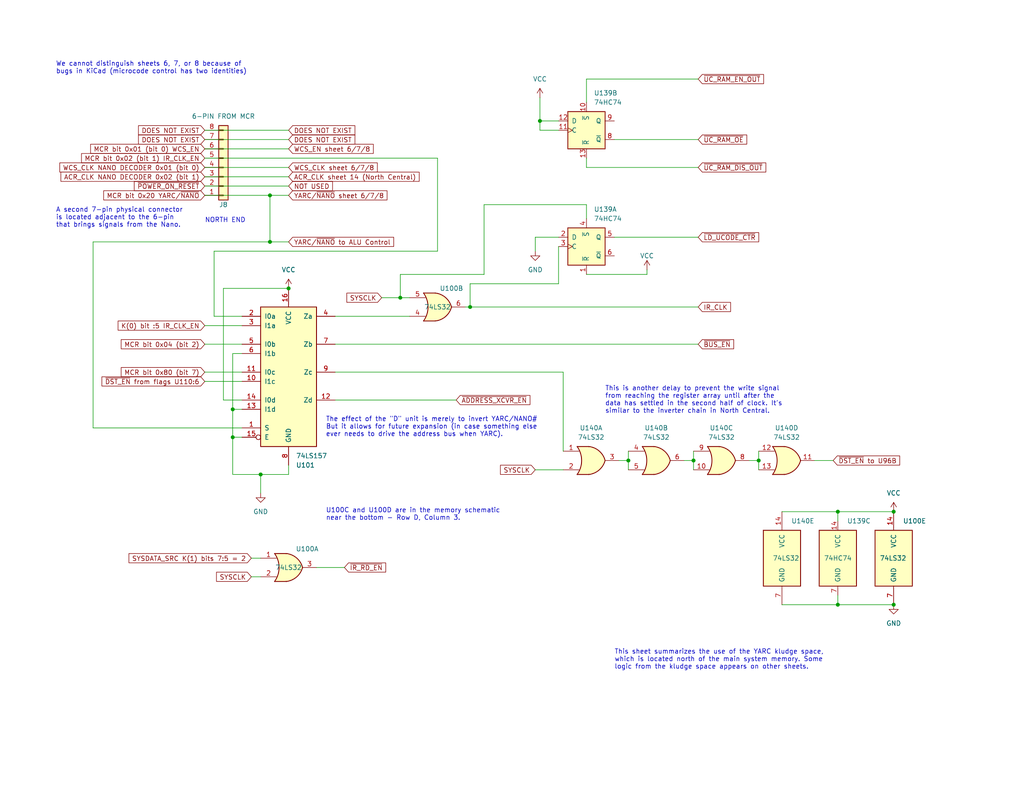
<source format=kicad_sch>
(kicad_sch (version 20211123) (generator eeschema)
  (paper "USLetter")
  (title_block (title "YARC Kludge Space"))
  (lib_symbols
    (symbol "74xx:74HC74" (pin_names (offset 1.016))
      (property "Reference" "U" (at -7.62 8.89 0))
      (property "Value" "74HC74" (at -7.62 -8.89 0))
      (symbol "74HC74_1_0"
        (pin input line (at 0 -7.62 90) (length 2.54) (name "~{R}") (number "1"))
        (pin input line (at -7.62 2.54 0) (length 2.54) (name "D") (number "2"))
        (pin input clock (at -7.62 0 0) (length 2.54) (name "C") (number "3"))
        (pin input line (at 0 7.62 270) (length 2.54) (name "~{S}") (number "4"))
        (pin output line (at 7.62 2.54 180) (length 2.54) (name "Q") (number "5"))
        (pin output line (at 7.62 -2.54 180) (length 2.54) (name "~{Q}") (number "6"))
      )
      (symbol "74HC74_1_1"
        (rectangle (start -5.08 5.08) (end 5.08 -5.08) (stroke (width 0.254)) (fill (type background)))
      )
      (symbol "74HC74_2_0"
        (pin input line (at 0 7.62 270) (length 2.54) (name "~{S}") (number "10"))
        (pin input clock (at -7.62 0 0) (length 2.54) (name "C") (number "11"))
        (pin input line (at -7.62 2.54 0) (length 2.54) (name "D") (number "12"))
        (pin input line (at 0 -7.62 90) (length 2.54) (name "~{R}") (number "13"))
        (pin output line (at 7.62 -2.54 180) (length 2.54) (name "~{Q}") (number "8"))
        (pin output line (at 7.62 2.54 180) (length 2.54) (name "Q") (number "9"))
      )
      (symbol "74HC74_2_1"
        (rectangle (start -5.08 5.08) (end 5.08 -5.08) (stroke (width 0.254)) (fill (type background)))
      )
      (symbol "74HC74_3_0"
        (pin power_in line (at 0 10.16 270) (length 2.54) (name "VCC") (number "14"))
        (pin power_in line (at 0 -10.16 90) (length 2.54) (name "GND") (number "7"))
      )
      (symbol "74HC74_3_1"
        (rectangle (start -5.08 7.62) (end 5.08 -7.62) (stroke (width 0.254)) (fill (type background)))
      )
    )
    (symbol "74xx:74LS157" (pin_names (offset 1.016))
      (property "Reference" "U" (at -7.62 19.05 0))
      (property "Value" "74LS157" (at -7.62 -21.59 0))
      (symbol "74LS157_1_0"
        (pin input line (at -12.7 -15.24 0) (length 5.08) (name "S") (number "1"))
        (pin input line (at -12.7 -2.54 0) (length 5.08) (name "I1c") (number "10"))
        (pin input line (at -12.7 0 0) (length 5.08) (name "I0c") (number "11"))
        (pin output line (at 12.7 -7.62 180) (length 5.08) (name "Zd") (number "12"))
        (pin input line (at -12.7 -10.16 0) (length 5.08) (name "I1d") (number "13"))
        (pin input line (at -12.7 -7.62 0) (length 5.08) (name "I0d") (number "14"))
        (pin input inverted (at -12.7 -17.78 0) (length 5.08) (name "E") (number "15"))
        (pin power_in line (at 0 22.86 270) (length 5.08) (name "VCC") (number "16"))
        (pin input line (at -12.7 15.24 0) (length 5.08) (name "I0a") (number "2"))
        (pin input line (at -12.7 12.7 0) (length 5.08) (name "I1a") (number "3"))
        (pin output line (at 12.7 15.24 180) (length 5.08) (name "Za") (number "4"))
        (pin input line (at -12.7 7.62 0) (length 5.08) (name "I0b") (number "5"))
        (pin input line (at -12.7 5.08 0) (length 5.08) (name "I1b") (number "6"))
        (pin output line (at 12.7 7.62 180) (length 5.08) (name "Zb") (number "7"))
        (pin power_in line (at 0 -25.4 90) (length 5.08) (name "GND") (number "8"))
        (pin output line (at 12.7 0 180) (length 5.08) (name "Zc") (number "9"))
      )
      (symbol "74LS157_1_1"
        (rectangle (start -7.62 17.78) (end 7.62 -20.32) (stroke (width 0.254)) (fill (type background)))
      )
    )
    (symbol "74xx:74LS32" (pin_names (offset 1.016))
      (property "Reference" "U" (at 0 1.27 0))
      (property "Value" "74LS32" (at 0 -1.27 0))
      (symbol "74LS32_1_1"
        (arc (start -3.81 -3.81) (mid -2.589 0) (end -3.81 3.81) (stroke (width 0.254)))
        (arc (start -0.6096 -3.81) (mid 2.1855 -2.584) (end 3.81 0) (stroke (width 0.254)) (fill (type background)))
        (polyline (pts (xy -3.81 -3.81) (xy -0.635 -3.81)) (stroke (width 0.254)) (fill (type background)))
        (polyline (pts (xy -3.81 3.81) (xy -0.635 3.81)) (stroke (width 0.254)) (fill (type background)))
        (polyline (pts (xy -0.635 3.81) (xy -3.81 3.81) (xy -3.81 3.81) (xy -3.556 3.4036) (xy -3.0226 2.2606) (xy -2.6924 1.0414) (xy -2.6162 -0.254) (xy -2.7686 -1.4986) (xy -3.175 -2.7178) (xy -3.81 -3.81) (xy -3.81 -3.81) (xy -0.635 -3.81)) (stroke (width -25.4)) (fill (type background)))
        (arc (start 3.81 0) (mid 2.1928 2.5925) (end -0.6096 3.81) (stroke (width 0.254)) (fill (type background)))
        (pin input line (at -7.62 2.54 0) (length 4.318) (name "~") (number "1"))
        (pin input line (at -7.62 -2.54 0) (length 4.318) (name "~") (number "2"))
        (pin output line (at 7.62 0 180) (length 3.81) (name "~") (number "3"))
      )
      (symbol "74LS32_1_2"
        (arc (start 0 -3.81) (mid 3.81 0) (end 0 3.81) (stroke (width 0.254)) (fill (type background)))
        (polyline (pts (xy 0 3.81) (xy -3.81 3.81) (xy -3.81 -3.81) (xy 0 -3.81)) (stroke (width 0.254)) (fill (type background)))
        (pin input inverted (at -7.62 2.54 0) (length 3.81) (name "~") (number "1"))
        (pin input inverted (at -7.62 -2.54 0) (length 3.81) (name "~") (number "2"))
        (pin output inverted (at 7.62 0 180) (length 3.81) (name "~") (number "3"))
      )
      (symbol "74LS32_2_1"
        (arc (start -3.81 -3.81) (mid -2.589 0) (end -3.81 3.81) (stroke (width 0.254)))
        (arc (start -0.6096 -3.81) (mid 2.1855 -2.584) (end 3.81 0) (stroke (width 0.254)) (fill (type background)))
        (polyline (pts (xy -3.81 -3.81) (xy -0.635 -3.81)) (stroke (width 0.254)) (fill (type background)))
        (polyline (pts (xy -3.81 3.81) (xy -0.635 3.81)) (stroke (width 0.254)) (fill (type background)))
        (polyline (pts (xy -0.635 3.81) (xy -3.81 3.81) (xy -3.81 3.81) (xy -3.556 3.4036) (xy -3.0226 2.2606) (xy -2.6924 1.0414) (xy -2.6162 -0.254) (xy -2.7686 -1.4986) (xy -3.175 -2.7178) (xy -3.81 -3.81) (xy -3.81 -3.81) (xy -0.635 -3.81)) (stroke (width -25.4)) (fill (type background)))
        (arc (start 3.81 0) (mid 2.1928 2.5925) (end -0.6096 3.81) (stroke (width 0.254)) (fill (type background)))
        (pin input line (at -7.62 2.54 0) (length 4.318) (name "~") (number "4"))
        (pin input line (at -7.62 -2.54 0) (length 4.318) (name "~") (number "5"))
        (pin output line (at 7.62 0 180) (length 3.81) (name "~") (number "6"))
      )
      (symbol "74LS32_2_2"
        (arc (start 0 -3.81) (mid 3.81 0) (end 0 3.81) (stroke (width 0.254)) (fill (type background)))
        (polyline (pts (xy 0 3.81) (xy -3.81 3.81) (xy -3.81 -3.81) (xy 0 -3.81)) (stroke (width 0.254)) (fill (type background)))
        (pin input inverted (at -7.62 2.54 0) (length 3.81) (name "~") (number "4"))
        (pin input inverted (at -7.62 -2.54 0) (length 3.81) (name "~") (number "5"))
        (pin output inverted (at 7.62 0 180) (length 3.81) (name "~") (number "6"))
      )
      (symbol "74LS32_3_1"
        (arc (start -3.81 -3.81) (mid -2.589 0) (end -3.81 3.81) (stroke (width 0.254)))
        (arc (start -0.6096 -3.81) (mid 2.1855 -2.584) (end 3.81 0) (stroke (width 0.254)) (fill (type background)))
        (polyline (pts (xy -3.81 -3.81) (xy -0.635 -3.81)) (stroke (width 0.254)) (fill (type background)))
        (polyline (pts (xy -3.81 3.81) (xy -0.635 3.81)) (stroke (width 0.254)) (fill (type background)))
        (polyline (pts (xy -0.635 3.81) (xy -3.81 3.81) (xy -3.81 3.81) (xy -3.556 3.4036) (xy -3.0226 2.2606) (xy -2.6924 1.0414) (xy -2.6162 -0.254) (xy -2.7686 -1.4986) (xy -3.175 -2.7178) (xy -3.81 -3.81) (xy -3.81 -3.81) (xy -0.635 -3.81)) (stroke (width -25.4)) (fill (type background)))
        (arc (start 3.81 0) (mid 2.1928 2.5925) (end -0.6096 3.81) (stroke (width 0.254)) (fill (type background)))
        (pin input line (at -7.62 -2.54 0) (length 4.318) (name "~") (number "10"))
        (pin output line (at 7.62 0 180) (length 3.81) (name "~") (number "8"))
        (pin input line (at -7.62 2.54 0) (length 4.318) (name "~") (number "9"))
      )
      (symbol "74LS32_3_2"
        (arc (start 0 -3.81) (mid 3.81 0) (end 0 3.81) (stroke (width 0.254)) (fill (type background)))
        (polyline (pts (xy 0 3.81) (xy -3.81 3.81) (xy -3.81 -3.81) (xy 0 -3.81)) (stroke (width 0.254)) (fill (type background)))
        (pin input inverted (at -7.62 -2.54 0) (length 3.81) (name "~") (number "10"))
        (pin output inverted (at 7.62 0 180) (length 3.81) (name "~") (number "8"))
        (pin input inverted (at -7.62 2.54 0) (length 3.81) (name "~") (number "9"))
      )
      (symbol "74LS32_4_1"
        (arc (start -3.81 -3.81) (mid -2.589 0) (end -3.81 3.81) (stroke (width 0.254)))
        (arc (start -0.6096 -3.81) (mid 2.1855 -2.584) (end 3.81 0) (stroke (width 0.254)) (fill (type background)))
        (polyline (pts (xy -3.81 -3.81) (xy -0.635 -3.81)) (stroke (width 0.254)) (fill (type background)))
        (polyline (pts (xy -3.81 3.81) (xy -0.635 3.81)) (stroke (width 0.254)) (fill (type background)))
        (polyline (pts (xy -0.635 3.81) (xy -3.81 3.81) (xy -3.81 3.81) (xy -3.556 3.4036) (xy -3.0226 2.2606) (xy -2.6924 1.0414) (xy -2.6162 -0.254) (xy -2.7686 -1.4986) (xy -3.175 -2.7178) (xy -3.81 -3.81) (xy -3.81 -3.81) (xy -0.635 -3.81)) (stroke (width -25.4)) (fill (type background)))
        (arc (start 3.81 0) (mid 2.1928 2.5925) (end -0.6096 3.81) (stroke (width 0.254)) (fill (type background)))
        (pin output line (at 7.62 0 180) (length 3.81) (name "~") (number "11"))
        (pin input line (at -7.62 2.54 0) (length 4.318) (name "~") (number "12"))
        (pin input line (at -7.62 -2.54 0) (length 4.318) (name "~") (number "13"))
      )
      (symbol "74LS32_4_2"
        (arc (start 0 -3.81) (mid 3.81 0) (end 0 3.81) (stroke (width 0.254)) (fill (type background)))
        (polyline (pts (xy 0 3.81) (xy -3.81 3.81) (xy -3.81 -3.81) (xy 0 -3.81)) (stroke (width 0.254)) (fill (type background)))
        (pin output inverted (at 7.62 0 180) (length 3.81) (name "~") (number "11"))
        (pin input inverted (at -7.62 2.54 0) (length 3.81) (name "~") (number "12"))
        (pin input inverted (at -7.62 -2.54 0) (length 3.81) (name "~") (number "13"))
      )
      (symbol "74LS32_5_0"
        (pin power_in line (at 0 12.7 270) (length 5.08) (name "VCC") (number "14"))
        (pin power_in line (at 0 -12.7 90) (length 5.08) (name "GND") (number "7"))
      )
      (symbol "74LS32_5_1"
        (rectangle (start -5.08 7.62) (end 5.08 -7.62) (stroke (width 0.254)) (fill (type background)))
      )
    )
    (symbol "Connector_Generic:Conn_01x08" (pin_names (offset 1.016) hide)
      (property "Reference" "J" (at 0 10.16 0))
      (property "Value" "Conn_01x08" (at 0 -12.7 0))
      (symbol "Conn_01x08_1_1"
        (rectangle (start -1.27 -10.033) (end 0 -10.287) (stroke (width 0.1524)))
        (rectangle (start -1.27 -7.493) (end 0 -7.747) (stroke (width 0.1524)))
        (rectangle (start -1.27 -4.953) (end 0 -5.207) (stroke (width 0.1524)))
        (rectangle (start -1.27 -2.413) (end 0 -2.667) (stroke (width 0.1524)))
        (rectangle (start -1.27 0.127) (end 0 -0.127) (stroke (width 0.1524)))
        (rectangle (start -1.27 2.667) (end 0 2.413) (stroke (width 0.1524)))
        (rectangle (start -1.27 5.207) (end 0 4.953) (stroke (width 0.1524)))
        (rectangle (start -1.27 7.747) (end 0 7.493) (stroke (width 0.1524)))
        (rectangle (start -1.27 8.89) (end 1.27 -11.43) (stroke (width 0.254)) (fill (type background)))
        (pin passive line (at -5.08 7.62 0) (length 3.81) (name "Pin_1") (number "1"))
        (pin passive line (at -5.08 5.08 0) (length 3.81) (name "Pin_2") (number "2"))
        (pin passive line (at -5.08 2.54 0) (length 3.81) (name "Pin_3") (number "3"))
        (pin passive line (at -5.08 0 0) (length 3.81) (name "Pin_4") (number "4"))
        (pin passive line (at -5.08 -2.54 0) (length 3.81) (name "Pin_5") (number "5"))
        (pin passive line (at -5.08 -5.08 0) (length 3.81) (name "Pin_6") (number "6"))
        (pin passive line (at -5.08 -7.62 0) (length 3.81) (name "Pin_7") (number "7"))
        (pin passive line (at -5.08 -10.16 0) (length 3.81) (name "Pin_8") (number "8"))
      )
    )
    (symbol "power:GND" (power) (pin_names (offset 0))
      (property "Value" "GND" (at 0 -3.81 0))
      (symbol "GND_0_1"
        (polyline (pts (xy 0 0) (xy 0 -1.27) (xy 1.27 -1.27) (xy 0 -2.54) (xy -1.27 -1.27) (xy 0 -1.27)))
      )
      (symbol "GND_1_1"
        (pin power_in line (at 0 0 270) (length 0) hide (name "GND") (number "1"))
      )
    )
    (symbol "power:VCC" (power) (pin_names (offset 0))
      (property "Value" "VCC" (at 0 3.81 0))
      (symbol "VCC_0_1"
        (polyline (pts (xy -0.762 1.27) (xy 0 2.54)))
        (polyline (pts (xy 0 0) (xy 0 2.54)))
        (polyline (pts (xy 0 2.54) (xy 0.762 1.27)))
      )
      (symbol "VCC_1_1"
        (pin power_in line (at 0 0 90) (length 0) hide (name "VCC") (number "1"))
      )
    )
  )
  (junction (at 147.32 33.02))
  (junction (at 189.23 125.73))
  (junction (at 63.5 119.38))
  (junction (at 109.22 81.28))
  (junction (at 78.74 78.74))
  (junction (at 228.6 139.7))
  (junction (at 171.45 125.73))
  (junction (at 243.84 139.7))
  (junction (at 207.01 125.73))
  (junction (at 243.84 165.1))
  (junction (at 63.5 111.76))
  (junction (at 73.66 53.34))
  (junction (at 71.12 129.54))
  (junction (at 73.66 66.04))
  (junction (at 228.6 165.1))
  (junction (at 128.27 83.82))
  (wire (pts (xy 104.14 81.28) (xy 109.22 81.28)))
  (wire (pts (xy 128.27 77.47) (xy 128.27 83.82)))
  (wire (pts (xy 119.38 43.18) (xy 55.88 43.18)))
  (wire (pts (xy 128.27 83.82) (xy 190.5 83.82)))
  (wire (pts (xy 152.4 77.47) (xy 128.27 77.47)))
  (wire (pts (xy 58.42 86.36) (xy 66.04 86.36)))
  (wire (pts (xy 109.22 81.28) (xy 111.76 81.28)))
  (wire (pts (xy 66.04 101.6) (xy 55.88 101.6)))
  (wire (pts (xy 73.66 66.04) (xy 73.66 53.34)))
  (wire (pts (xy 119.38 68.58) (xy 119.38 43.18)))
  (wire (pts (xy 91.44 109.22) (xy 124.46 109.22)))
  (wire (pts (xy 73.66 53.34) (xy 78.74 53.34)))
  (wire (pts (xy 222.25 125.73) (xy 227.33 125.73)))
  (wire (pts (xy 167.64 38.1) (xy 190.5 38.1)))
  (wire (pts (xy 25.4 66.04) (xy 25.4 116.84)))
  (wire (pts (xy 132.08 74.93) (xy 109.22 74.93)))
  (wire (pts (xy 55.88 53.34) (xy 73.66 53.34)))
  (wire (pts (xy 60.96 109.22) (xy 60.96 78.74)))
  (wire (pts (xy 63.5 96.52) (xy 63.5 111.76)))
  (wire (pts (xy 63.5 129.54) (xy 71.12 129.54)))
  (wire (pts (xy 71.12 134.62) (xy 71.12 129.54)))
  (wire (pts (xy 68.58 152.4) (xy 71.12 152.4)))
  (wire (pts (xy 152.4 67.31) (xy 152.4 77.47)))
  (wire (pts (xy 171.45 125.73) (xy 171.45 128.27)))
  (wire (pts (xy 91.44 86.36) (xy 111.76 86.36)))
  (wire (pts (xy 152.4 64.77) (xy 146.05 64.77)))
  (wire (pts (xy 55.88 93.98) (xy 66.04 93.98)))
  (wire (pts (xy 207.01 125.73) (xy 207.01 128.27)))
  (wire (pts (xy 152.4 35.56) (xy 147.32 35.56)))
  (wire (pts (xy 58.42 68.58) (xy 58.42 86.36)))
  (wire (pts (xy 78.74 48.26) (xy 55.88 48.26)))
  (wire (pts (xy 66.04 111.76) (xy 63.5 111.76)))
  (wire (pts (xy 78.74 50.8) (xy 55.88 50.8)))
  (wire (pts (xy 63.5 129.54) (xy 63.5 119.38)))
  (wire (pts (xy 25.4 66.04) (xy 73.66 66.04)))
  (wire (pts (xy 78.74 35.56) (xy 55.88 35.56)))
  (wire (pts (xy 109.22 74.93) (xy 109.22 81.28)))
  (wire (pts (xy 91.44 93.98) (xy 190.5 93.98)))
  (wire (pts (xy 189.23 125.73) (xy 189.23 128.27)))
  (wire (pts (xy 243.84 165.1) (xy 228.6 165.1)))
  (wire (pts (xy 66.04 88.9) (xy 55.88 88.9)))
  (wire (pts (xy 243.84 139.7) (xy 228.6 139.7)))
  (wire (pts (xy 168.91 125.73) (xy 171.45 125.73)))
  (wire (pts (xy 160.02 59.69) (xy 160.02 55.88)))
  (wire (pts (xy 25.4 116.84) (xy 66.04 116.84)))
  (wire (pts (xy 66.04 104.14) (xy 55.88 104.14)))
  (wire (pts (xy 176.53 74.93) (xy 176.53 73.66)))
  (wire (pts (xy 189.23 123.19) (xy 189.23 125.73)))
  (wire (pts (xy 153.67 128.27) (xy 146.05 128.27)))
  (wire (pts (xy 207.01 123.19) (xy 207.01 125.73)))
  (wire (pts (xy 160.02 74.93) (xy 176.53 74.93)))
  (wire (pts (xy 78.74 38.1) (xy 55.88 38.1)))
  (wire (pts (xy 63.5 111.76) (xy 63.5 119.38)))
  (wire (pts (xy 160.02 21.59) (xy 190.5 21.59)))
  (wire (pts (xy 127 83.82) (xy 128.27 83.82)))
  (wire (pts (xy 186.69 125.73) (xy 189.23 125.73)))
  (wire (pts (xy 213.36 139.7) (xy 228.6 139.7)))
  (wire (pts (xy 228.6 165.1) (xy 228.6 162.56)))
  (wire (pts (xy 66.04 119.38) (xy 63.5 119.38)))
  (wire (pts (xy 160.02 21.59) (xy 160.02 27.94)))
  (wire (pts (xy 152.4 33.02) (xy 147.32 33.02)))
  (wire (pts (xy 160.02 45.72) (xy 160.02 43.18)))
  (wire (pts (xy 147.32 35.56) (xy 147.32 33.02)))
  (wire (pts (xy 153.67 123.19) (xy 153.67 101.6)))
  (wire (pts (xy 73.66 66.04) (xy 78.74 66.04)))
  (wire (pts (xy 160.02 45.72) (xy 190.5 45.72)))
  (wire (pts (xy 132.08 55.88) (xy 132.08 74.93)))
  (wire (pts (xy 78.74 45.72) (xy 55.88 45.72)))
  (wire (pts (xy 147.32 33.02) (xy 147.32 26.67)))
  (wire (pts (xy 204.47 125.73) (xy 207.01 125.73)))
  (wire (pts (xy 160.02 55.88) (xy 132.08 55.88)))
  (wire (pts (xy 78.74 40.64) (xy 55.88 40.64)))
  (wire (pts (xy 213.36 165.1) (xy 228.6 165.1)))
  (wire (pts (xy 66.04 109.22) (xy 60.96 109.22)))
  (wire (pts (xy 228.6 139.7) (xy 228.6 142.24)))
  (wire (pts (xy 60.96 78.74) (xy 78.74 78.74)))
  (wire (pts (xy 71.12 129.54) (xy 78.74 129.54)))
  (wire (pts (xy 86.36 154.94) (xy 93.98 154.94)))
  (wire (pts (xy 167.64 64.77) (xy 190.5 64.77)))
  (wire (pts (xy 58.42 68.58) (xy 119.38 68.58)))
  (wire (pts (xy 171.45 123.19) (xy 171.45 125.73)))
  (wire (pts (xy 71.12 157.48) (xy 68.58 157.48)))
  (wire (pts (xy 91.44 101.6) (xy 153.67 101.6)))
  (wire (pts (xy 146.05 64.77) (xy 146.05 68.58)))
  (wire (pts (xy 78.74 129.54) (xy 78.74 127)))
  (wire (pts (xy 63.5 96.52) (xy 66.04 96.52)))
  (text "NORTH END" (at 55.88 60.96 0) (effects (font (size 1.27 1.27)) (justify left bottom)))
  (text "The effect of the \"D\" unit is merely to invert YARC/NANO#\nBut it allows for future expansion (in case something else\never needs to drive the address bus when YARC)." (at 88.9 119.38 0) (effects (font (size 1.27 1.27)) (justify left bottom)))
  (text "U100C and U100D are in the memory schematic\nnear the bottom - Row D, Column 3." (at 88.9 142.24 0) (effects (font (size 1.27 1.27)) (justify left bottom)))
  (text "This is another delay to prevent the write signal\nfrom reaching the register array until after the\ndata has settled in the second half of clock. It's\nsimilar to the inverter chain in North Central." (at 165.1 113.03 0) (effects (font (size 1.27 1.27)) (justify left bottom)))
  (text "A second 7-pin physical connector\nis located adjacent to the 6-pin\nthat brings signals from the Nano." (at 15.24 62.23 0) (effects (font (size 1.27 1.27)) (justify left bottom)))
  (text "This sheet summarizes the use of the YARC kludge space,\nwhich is located north of the main system memory. Some\nlogic from the kludge space appears on other sheets." (at 167.64 182.88 0) (effects (font (size 1.27 1.27)) (justify left bottom)))
  (text "We cannot distinguish sheets 6, 7, or 8 because of\nbugs in KiCad (microcode control has two identities)" (at 15.24 20.32 0) (effects (font (size 1.27 1.27)) (justify left bottom)))
  (global_label "DOES NOT EXIST" (shape input) (at 78.74 38.1 0) (property "Intersheet References" "${INTERSHEET_REFS}" (effects hide)))
  (global_label "MCR bit 0x04 (bit 2)" (shape input) (at 55.88 93.98 180) (property "Intersheet References" "${INTERSHEET_REFS}" (effects hide)))
  (global_label "MCR bit 0x80 (bit 7)" (shape input) (at 55.88 101.6 180) (property "Intersheet References" "${INTERSHEET_REFS}" (effects hide)))
  (global_label "K(0) bit :5 IR_CLK_EN" (shape input) (at 55.88 88.9 180) (property "Intersheet References" "${INTERSHEET_REFS}" (effects hide)))
  (global_label "SYSCLK" (shape input) (at 146.05 128.27 180) (property "Intersheet References" "${INTERSHEET_REFS}" (effects hide)))
  (global_label "WCS_CLK sheet 6{slash}7{slash}8" (shape input) (at 78.74 45.72 0) (property "Intersheet References" "${INTERSHEET_REFS}" (effects hide)))
  (global_label "WCS_CLK NANO DECODER 0x01 (bit 0)" (shape input) (at 55.88 45.72 180) (property "Intersheet References" "${INTERSHEET_REFS}" (effects hide)))
  (global_label "~{ADDRESS_XCVR_EN}" (shape input) (at 124.46 109.22 0) (property "Intersheet References" "${INTERSHEET_REFS}" (effects hide)))
  (global_label "~{LD_UCODE_CTR}" (shape input) (at 190.5 64.77 0) (property "Intersheet References" "${INTERSHEET_REFS}" (effects hide)))
  (global_label "SYSCLK" (shape input) (at 68.58 157.48 180) (property "Intersheet References" "${INTERSHEET_REFS}" (effects hide)))
  (global_label "YARC{slash}~{NANO} to ALU Control" (shape input) (at 78.74 66.04 0) (property "Intersheet References" "${INTERSHEET_REFS}" (effects hide)))
  (global_label "~{UC_RAM_OE}" (shape input) (at 190.5 38.1 0) (property "Intersheet References" "${INTERSHEET_REFS}" (effects hide)))
  (global_label "~{DST_EN} from flags U110:6" (shape input) (at 55.88 104.14 180) (property "Intersheet References" "${INTERSHEET_REFS}" (effects hide)))
  (global_label "~{DST_EN} to U96B" (shape input) (at 227.33 125.73 0) (property "Intersheet References" "${INTERSHEET_REFS}" (effects hide)))
  (global_label "~{IR_RD_EN}" (shape input) (at 93.98 154.94 0) (property "Intersheet References" "${INTERSHEET_REFS}" (effects hide)))
  (global_label "WCS_EN sheet 6{slash}7{slash}8" (shape input) (at 78.74 40.64 0) (property "Intersheet References" "${INTERSHEET_REFS}" (effects hide)))
  (global_label "MCR bit 0x01 (bit 0) WCS_EN" (shape input) (at 55.88 40.64 180) (property "Intersheet References" "${INTERSHEET_REFS}" (effects hide)))
  (global_label "~{UC_RAM_EN_OUT}" (shape input) (at 190.5 21.59 0) (property "Intersheet References" "${INTERSHEET_REFS}" (effects hide)))
  (global_label "DOES NOT EXIST" (shape input) (at 78.74 35.56 0) (property "Intersheet References" "${INTERSHEET_REFS}" (effects hide)))
  (global_label "~{BUS_EN}" (shape input) (at 190.5 93.98 0) (property "Intersheet References" "${INTERSHEET_REFS}" (effects hide)))
  (global_label "SYSCLK" (shape input) (at 104.14 81.28 180) (property "Intersheet References" "${INTERSHEET_REFS}" (effects hide)))
  (global_label "ACR_CLK sheet 14 (North Central)" (shape input) (at 78.74 48.26 0) (property "Intersheet References" "${INTERSHEET_REFS}" (effects hide)))
  (global_label "ACR_CLK NANO DECODER 0x02 (bit 1)" (shape input) (at 55.88 48.26 180) (property "Intersheet References" "${INTERSHEET_REFS}" (effects hide)))
  (global_label "DOES NOT EXIST" (shape input) (at 55.88 35.56 180) (property "Intersheet References" "${INTERSHEET_REFS}" (effects hide)))
  (global_label "SYSDATA_SRC K(1) bits 7:5 = 2" (shape input) (at 68.58 152.4 180) (property "Intersheet References" "${INTERSHEET_REFS}" (effects hide)))
  (global_label "NOT USED" (shape input) (at 78.74 50.8 0) (property "Intersheet References" "${INTERSHEET_REFS}" (effects hide)))
  (global_label "YARC{slash}~{NANO} sheet 6{slash}7{slash}8" (shape input) (at 78.74 53.34 0) (property "Intersheet References" "${INTERSHEET_REFS}" (effects hide)))
  (global_label "MCR bit 0x02 (bit 1) IR_CLK_EN" (shape input) (at 55.88 43.18 180) (property "Intersheet References" "${INTERSHEET_REFS}" (effects hide)))
  (global_label "IR_CLK" (shape input) (at 190.5 83.82 0) (property "Intersheet References" "${INTERSHEET_REFS}" (effects hide)))
  (global_label "~{POWER_ON_RESET}" (shape input) (at 55.88 50.8 180) (property "Intersheet References" "${INTERSHEET_REFS}" (effects hide)))
  (global_label "DOES NOT EXIST" (shape input) (at 55.88 38.1 180) (property "Intersheet References" "${INTERSHEET_REFS}" (effects hide)))
  (global_label "~{UC_RAM_DIS_OUT}" (shape input) (at 190.5 45.72 0) (property "Intersheet References" "${INTERSHEET_REFS}" (effects hide)))
  (global_label "MCR bit 0x20 YARC{slash}~{NANO}" (shape input) (at 55.88 53.34 180) (property "Intersheet References" "${INTERSHEET_REFS}" (effects hide)))
  (symbol (lib_id "power:VCC") (at 78.74 78.74 0) (unit 1)
    (property "Reference" "#PWR0172" (effects hide))
    (property "Value" "VCC" (at 78.74 73.66 0))
  )
  (symbol (lib_id "74xx:74LS32") (at 213.36 152.4 0) (unit 5)
    (property "Reference" "U140" (at 215.9 142.24 0) (effects (justify left)))
    (property "Value" "74LS32" (at 210.82 152.4 0) (effects (justify left)))
    (property "Datasheet" "http://www.ti.com/lit/gpn/sn74LS32" (effects hide))
  )
  (symbol (lib_id "74xx:74HC74") (at 160.02 35.56 0) (unit 2)
    (property "Reference" "U139" (at 162.0394 25.4 0) (effects (justify left)))
    (property "Value" "74HC74" (at 162.0394 27.94 0) (effects (justify left)))
    (property "Datasheet" "74xx/74hc_hct74.pdf" (effects hide))
  )
  (symbol (lib_id "power:GND") (at 146.05 68.58 0) (unit 1)
    (property "Reference" "#PWR?" (effects hide))
    (property "Value" "GND" (at 146.05 73.66 0))
  )
  (symbol (lib_id "74xx:74LS32") (at 78.74 154.94 0) (unit 1)
    (property "Reference" "U100" (at 83.82 149.86 0))
    (property "Value" "74LS32" (at 78.74 154.94 0))
    (property "Datasheet" "http://www.ti.com/lit/gpn/sn74LS32" (effects hide))
  )
  (symbol (lib_id "74xx:74LS32") (at 161.29 125.73 0) (unit 1)
    (property "Reference" "U140" (at 161.29 116.84 0))
    (property "Value" "74LS32" (at 161.29 119.38 0))
    (property "Datasheet" "http://www.ti.com/lit/gpn/sn74LS32" (effects hide))
  )
  (symbol (lib_id "74xx:74LS32") (at 243.84 152.4 0) (unit 5)
    (property "Reference" "U100" (at 246.38 142.24 0) (effects (justify left)))
    (property "Value" "74LS32" (at 240.03 152.4 0) (effects (justify left)))
    (property "Datasheet" "http://www.ti.com/lit/gpn/sn74LS32" (effects hide))
  )
  (symbol (lib_id "74xx:74LS32") (at 179.07 125.73 0) (unit 2)
    (property "Reference" "U140" (at 179.07 116.84 0))
    (property "Value" "74LS32" (at 179.07 119.38 0))
    (property "Datasheet" "http://www.ti.com/lit/gpn/sn74LS32" (effects hide))
  )
  (symbol (lib_id "74xx:74LS157") (at 78.74 101.6 0) (unit 1)
    (property "Reference" "U101" (at 80.7594 127 0) (effects (justify left)))
    (property "Value" "74LS157" (at 80.7594 124.46 0) (effects (justify left)))
    (property "Datasheet" "http://www.ti.com/lit/gpn/sn74LS157" (effects hide))
  )
  (symbol (lib_id "74xx:74LS32") (at 119.38 83.82 0) (mirror x) (unit 2)
    (property "Reference" "U100" (at 123.19 78.74 0))
    (property "Value" "74LS32" (at 119.38 83.82 0))
    (property "Datasheet" "http://www.ti.com/lit/gpn/sn74LS32" (effects hide))
  )
  (symbol (lib_id "74xx:74HC74") (at 160.02 67.31 0) (unit 1)
    (property "Reference" "U139" (at 162.0394 57.15 0) (effects (justify left)))
    (property "Value" "74HC74" (at 162.0394 59.69 0) (effects (justify left)))
    (property "Datasheet" "74xx/74hc_hct74.pdf" (effects hide))
  )
  (symbol (lib_id "power:VCC") (at 176.53 73.66 0) (unit 1)
    (property "Reference" "#PWR?" (effects hide))
    (property "Value" "VCC" (at 176.53 69.85 0))
  )
  (symbol (lib_id "74xx:74HC74") (at 228.6 152.4 0) (unit 3)
    (property "Reference" "U139" (at 231.14 142.24 0) (effects (justify left)))
    (property "Value" "74HC74" (at 224.79 152.4 0) (effects (justify left)))
    (property "Datasheet" "74xx/74hc_hct74.pdf" (effects hide))
  )
  (symbol (lib_id "power:VCC") (at 243.84 139.7 0) (unit 1)
    (property "Reference" "#PWR?" (effects hide))
    (property "Value" "VCC" (at 243.84 134.62 0))
  )
  (symbol (lib_id "74xx:74LS32") (at 196.85 125.73 0) (unit 3)
    (property "Reference" "U140" (at 196.85 116.84 0))
    (property "Value" "74LS32" (at 196.85 119.38 0))
    (property "Datasheet" "http://www.ti.com/lit/gpn/sn74LS32" (effects hide))
  )
  (symbol (lib_id "power:GND") (at 71.12 134.62 0) (unit 1)
    (property "Reference" "#PWR0171" (effects hide))
    (property "Value" "GND" (at 71.12 139.7 0))
  )
  (symbol (lib_id "power:VCC") (at 147.32 26.67 0) (unit 1)
    (property "Reference" "#PWR?" (effects hide))
    (property "Value" "VCC" (at 147.32 21.59 0))
  )
  (symbol (lib_id "74xx:74LS32") (at 214.63 125.73 0) (unit 4)
    (property "Reference" "U140" (at 214.63 116.84 0))
    (property "Value" "74LS32" (at 214.63 119.38 0))
    (property "Datasheet" "http://www.ti.com/lit/gpn/sn74LS32" (effects hide))
  )
  (symbol (lib_id "power:GND") (at 243.84 165.1 0) (unit 1)
    (property "Reference" "#PWR?" (effects hide))
    (property "Value" "GND" (at 243.84 170.18 0))
  )
  (symbol (lib_id "Connector_Generic:Conn_01x08") (at 60.96 45.72 0) (mirror x) (unit 1)
    (property "Reference" "J8" (at 60.96 55.88 0))
    (property "Value" "6-PIN FROM MCR" (at 60.96 31.75 0))
  )
)
</source>
